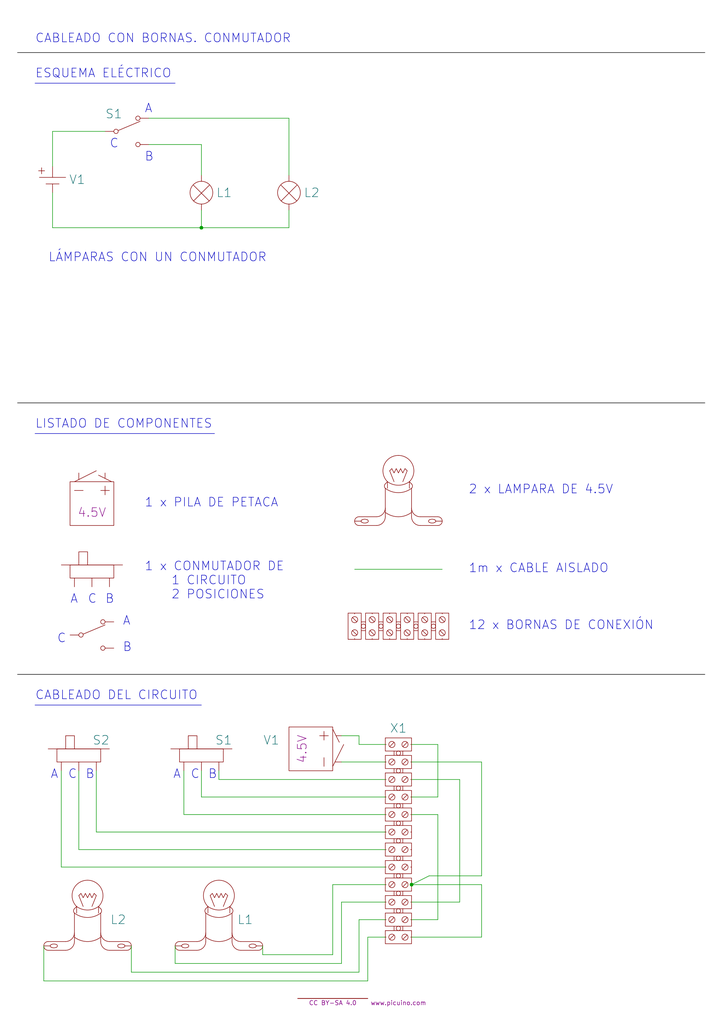
<source format=kicad_sch>
(kicad_sch (version 20211123) (generator eeschema)
  (paper "A4" portrait)
  (title_block (title "CABLEADO CON BORNAS. CONMUTADOR") (date "14/12/2018") (company "www.picuino.com") (comment 1 "Copyright (c) 2018 by Carlos Pardo") (comment 2 "License CC BY-SA 4.0"))
  (lib_symbols
    (symbol "simbolos:CopyRight" (pin_names (offset 1.016))
      (property "License" "CC BY-SA 4.0" (at -1.27 -1.27 0))
      (property "Web" "www.picuino.com" (at 0 -1.27 0))
      (symbol "CopyRight_0_1"
        (polyline (pts (xy -10.16 0) (xy 10.16 0)) (stroke (width 0.2032)))
      )
    )
    (symbol "simbolos:Pila" (pin_names (offset 1.016))
      (property "Reference" "V" (at 5.08 -4.445 0))
      (symbol "Pila_0_1"
        (polyline (pts (xy -4.064 -1.27) (xy -2.286 -1.27)))
        (polyline (pts (xy -3.81 -3.175) (xy 3.81 -3.175)))
        (polyline (pts (xy -3.175 -0.381) (xy -3.175 -2.159)))
        (polyline (pts (xy -1.905 -5.08) (xy 1.905 -5.08)))
      )
      (symbol "Pila_1_1"
        (pin input line (at 0 -7.62 90) (length 2.54) (name "") (number ""))
        (pin input line (at 0 0 270) (length 3.175) (name "") (number ""))
      )
    )
    (symbol "simbolos:borna_12x2" (pin_names (offset 1.016))
      (property "Reference" "X" (at 3.81 3.81 0))
      (symbol "borna_12x2_0_1"
        (rectangle (start 0 -53.975) (end 7.62 -57.785))
        (rectangle (start 0 -48.895) (end 7.62 -52.705))
        (rectangle (start 0 -43.815) (end 7.62 -47.625))
        (rectangle (start 0 -38.735) (end 7.62 -42.545))
        (rectangle (start 0 -33.655) (end 7.62 -37.465))
        (rectangle (start 0 -28.575) (end 7.62 -32.385))
        (rectangle (start 0 -23.495) (end 7.62 -27.305))
        (rectangle (start 0 -18.415) (end 7.62 -22.225))
        (rectangle (start 0 -13.335) (end 7.62 -17.145))
        (rectangle (start 0 -8.255) (end 7.62 -12.065))
        (rectangle (start 0 -3.175) (end 7.62 -6.985))
        (polyline (pts (xy 1.27 -56.515) (xy 2.54 -55.245)))
        (polyline (pts (xy 1.27 -51.435) (xy 2.54 -50.165)))
        (polyline (pts (xy 1.27 -46.355) (xy 2.54 -45.085)))
        (polyline (pts (xy 1.27 -41.275) (xy 2.54 -40.005)))
        (polyline (pts (xy 1.27 -36.195) (xy 2.54 -34.925)))
        (polyline (pts (xy 1.27 -31.115) (xy 2.54 -29.845)))
        (polyline (pts (xy 1.27 -26.035) (xy 2.54 -24.765)))
        (polyline (pts (xy 1.27 -20.955) (xy 2.54 -19.685)))
        (polyline (pts (xy 1.27 -15.875) (xy 2.54 -14.605)))
        (polyline (pts (xy 1.27 -10.795) (xy 2.54 -9.525)))
        (polyline (pts (xy 1.27 -5.715) (xy 2.54 -4.445)))
        (polyline (pts (xy 1.27 -0.635) (xy 2.54 0.635)))
        (polyline (pts (xy 2.54 -53.975) (xy 2.54 -52.705)))
        (polyline (pts (xy 2.54 -48.895) (xy 2.54 -47.625)))
        (polyline (pts (xy 2.54 -43.815) (xy 2.54 -42.545)))
        (polyline (pts (xy 2.54 -38.735) (xy 2.54 -37.465)))
        (polyline (pts (xy 2.54 -33.655) (xy 2.54 -32.385)))
        (polyline (pts (xy 2.54 -28.575) (xy 2.54 -27.305)))
        (polyline (pts (xy 2.54 -23.495) (xy 2.54 -22.225)))
        (polyline (pts (xy 2.54 -18.415) (xy 2.54 -17.145)))
        (polyline (pts (xy 2.54 -13.335) (xy 2.54 -12.065)))
        (polyline (pts (xy 2.54 -8.255) (xy 2.54 -6.985)))
        (polyline (pts (xy 2.54 -3.175) (xy 2.54 -1.905)))
        (polyline (pts (xy 5.08 -56.515) (xy 6.35 -55.245)))
        (polyline (pts (xy 5.08 -53.975) (xy 5.08 -52.705)))
        (polyline (pts (xy 5.08 -51.435) (xy 6.35 -50.165)))
        (polyline (pts (xy 5.08 -48.895) (xy 5.08 -47.625)))
        (polyline (pts (xy 5.08 -46.355) (xy 6.35 -45.085)))
        (polyline (pts (xy 5.08 -43.815) (xy 5.08 -42.545)))
        (polyline (pts (xy 5.08 -41.275) (xy 6.35 -40.005)))
        (polyline (pts (xy 5.08 -38.735) (xy 5.08 -37.465)))
        (polyline (pts (xy 5.08 -36.195) (xy 6.35 -34.925)))
        (polyline (pts (xy 5.08 -33.655) (xy 5.08 -32.385)))
        (polyline (pts (xy 5.08 -31.115) (xy 6.35 -29.845)))
        (polyline (pts (xy 5.08 -28.575) (xy 5.08 -27.305)))
        (polyline (pts (xy 5.08 -26.035) (xy 6.35 -24.765)))
        (polyline (pts (xy 5.08 -23.495) (xy 5.08 -22.225)))
        (polyline (pts (xy 5.08 -20.955) (xy 6.35 -19.685)))
        (polyline (pts (xy 5.08 -18.415) (xy 5.08 -17.145)))
        (polyline (pts (xy 5.08 -15.875) (xy 6.35 -14.605)))
        (polyline (pts (xy 5.08 -13.335) (xy 5.08 -12.065)))
        (polyline (pts (xy 5.08 -10.795) (xy 6.35 -9.525)))
        (polyline (pts (xy 5.08 -8.255) (xy 5.08 -6.985)))
        (polyline (pts (xy 5.08 -5.715) (xy 6.35 -4.445)))
        (polyline (pts (xy 5.08 -3.175) (xy 5.08 -1.905)))
        (polyline (pts (xy 5.08 -0.635) (xy 6.35 0.635)))
        (rectangle (start 0 1.905) (end 7.62 -1.905))
        (circle (center 1.905 -55.88) (radius 0.889))
        (circle (center 1.905 -50.8) (radius 0.889))
        (circle (center 1.905 -45.72) (radius 0.889))
        (circle (center 1.905 -40.64) (radius 0.889))
        (circle (center 1.905 -35.56) (radius 0.889))
        (circle (center 1.905 -30.48) (radius 0.889))
        (circle (center 1.905 -25.4) (radius 0.889))
        (circle (center 1.905 -20.32) (radius 0.889))
        (circle (center 1.905 -15.24) (radius 0.889))
        (circle (center 1.905 -10.16) (radius 0.889))
        (circle (center 1.905 -5.08) (radius 0.889))
        (circle (center 1.905 0) (radius 0.889))
        (circle (center 3.81 -53.34) (radius 0.635))
        (circle (center 3.81 -48.26) (radius 0.635))
        (circle (center 3.81 -43.18) (radius 0.635))
        (circle (center 3.81 -38.1) (radius 0.635))
        (circle (center 3.81 -33.02) (radius 0.635))
        (circle (center 3.81 -27.94) (radius 0.635))
        (circle (center 3.81 -22.86) (radius 0.635))
        (circle (center 3.81 -17.78) (radius 0.635))
        (circle (center 3.81 -12.7) (radius 0.635))
        (circle (center 3.81 -7.62) (radius 0.635))
        (circle (center 3.81 -2.54) (radius 0.635))
        (circle (center 5.715 -55.88) (radius 0.889))
        (circle (center 5.715 -50.8) (radius 0.889))
        (circle (center 5.715 -45.72) (radius 0.889))
        (circle (center 5.715 -40.64) (radius 0.889))
        (circle (center 5.715 -35.56) (radius 0.889))
        (circle (center 5.715 -30.48) (radius 0.889))
        (circle (center 5.715 -25.4) (radius 0.889))
        (circle (center 5.715 -20.32) (radius 0.889))
        (circle (center 5.715 -15.24) (radius 0.889))
        (circle (center 5.715 -10.16) (radius 0.889))
        (circle (center 5.715 -5.08) (radius 0.889))
        (circle (center 5.715 0) (radius 0.889))
      )
      (symbol "borna_12x2_1_1"
        (pin input line (at 0 -55.88 0) (length 0.254) (name "") (number ""))
        (pin input line (at 0 -50.8 0) (length 0.254) (name "") (number ""))
        (pin input line (at 0 -45.72 0) (length 0.254) (name "") (number ""))
        (pin input line (at 0 -40.64 0) (length 0.254) (name "") (number ""))
        (pin input line (at 0 -35.56 0) (length 0.254) (name "") (number ""))
        (pin input line (at 0 -30.48 0) (length 0.254) (name "") (number ""))
        (pin input line (at 0 -25.4 0) (length 0.254) (name "") (number ""))
        (pin input line (at 0 -20.32 0) (length 0.254) (name "") (number ""))
        (pin input line (at 0 -15.24 0) (length 0.254) (name "") (number ""))
        (pin input line (at 0 -10.16 0) (length 0.254) (name "") (number ""))
        (pin input line (at 0 -5.08 0) (length 0.254) (name "") (number ""))
        (pin input line (at 0 0 0) (length 0.254) (name "") (number ""))
        (pin input line (at 7.62 -55.88 180) (length 0.254) (name "") (number ""))
        (pin input line (at 7.62 -50.8 180) (length 0.254) (name "") (number ""))
        (pin input line (at 7.62 -45.72 180) (length 0.254) (name "") (number ""))
        (pin input line (at 7.62 -40.64 180) (length 0.254) (name "") (number ""))
        (pin input line (at 7.62 -35.56 180) (length 0.254) (name "") (number ""))
        (pin input line (at 7.62 -30.48 180) (length 0.254) (name "") (number ""))
        (pin input line (at 7.62 -25.4 180) (length 0.254) (name "") (number ""))
        (pin input line (at 7.62 -20.32 180) (length 0.254) (name "") (number ""))
        (pin input line (at 7.62 -15.24 180) (length 0.254) (name "") (number ""))
        (pin input line (at 7.62 -10.16 180) (length 0.254) (name "") (number ""))
        (pin input line (at 7.62 -5.08 180) (length 0.254) (name "") (number ""))
        (pin input line (at 7.62 0 180) (length 0.254) (name "") (number ""))
      )
    )
    (symbol "simbolos:borna_6x2" (pin_names (offset 1.016))
      (property "Reference" "X" (at 3.81 3.81 0))
      (symbol "borna_6x2_0_1"
        (rectangle (start 0 -23.495) (end 7.62 -27.305))
        (rectangle (start 0 -18.415) (end 7.62 -22.225))
        (rectangle (start 0 -13.335) (end 7.62 -17.145))
        (rectangle (start 0 -8.255) (end 7.62 -12.065))
        (rectangle (start 0 -3.175) (end 7.62 -6.985))
        (polyline (pts (xy 1.27 -26.035) (xy 2.54 -24.765)))
        (polyline (pts (xy 1.27 -20.955) (xy 2.54 -19.685)))
        (polyline (pts (xy 1.27 -15.875) (xy 2.54 -14.605)))
        (polyline (pts (xy 1.27 -10.795) (xy 2.54 -9.525)))
        (polyline (pts (xy 1.27 -5.715) (xy 2.54 -4.445)))
        (polyline (pts (xy 1.27 -0.635) (xy 2.54 0.635)))
        (polyline (pts (xy 2.54 -23.495) (xy 2.54 -22.225)))
        (polyline (pts (xy 2.54 -18.415) (xy 2.54 -17.145)))
        (polyline (pts (xy 2.54 -13.335) (xy 2.54 -12.065)))
        (polyline (pts (xy 2.54 -8.255) (xy 2.54 -6.985)))
        (polyline (pts (xy 2.54 -3.175) (xy 2.54 -1.905)))
        (polyline (pts (xy 5.08 -26.035) (xy 6.35 -24.765)))
        (polyline (pts (xy 5.08 -23.495) (xy 5.08 -22.225)))
        (polyline (pts (xy 5.08 -20.955) (xy 6.35 -19.685)))
        (polyline (pts (xy 5.08 -18.415) (xy 5.08 -17.145)))
        (polyline (pts (xy 5.08 -15.875) (xy 6.35 -14.605)))
        (polyline (pts (xy 5.08 -13.335) (xy 5.08 -12.065)))
        (polyline (pts (xy 5.08 -10.795) (xy 6.35 -9.525)))
        (polyline (pts (xy 5.08 -8.255) (xy 5.08 -6.985)))
        (polyline (pts (xy 5.08 -5.715) (xy 6.35 -4.445)))
        (polyline (pts (xy 5.08 -3.175) (xy 5.08 -1.905)))
        (polyline (pts (xy 5.08 -0.635) (xy 6.35 0.635)))
        (rectangle (start 0 1.905) (end 7.62 -1.905))
        (circle (center 1.905 -25.4) (radius 0.889))
        (circle (center 1.905 -20.32) (radius 0.889))
        (circle (center 1.905 -15.24) (radius 0.889))
        (circle (center 1.905 -10.16) (radius 0.889))
        (circle (center 1.905 -5.08) (radius 0.889))
        (circle (center 1.905 0) (radius 0.889))
        (circle (center 3.81 -22.86) (radius 0.635))
        (circle (center 3.81 -17.78) (radius 0.635))
        (circle (center 3.81 -12.7) (radius 0.635))
        (circle (center 3.81 -7.62) (radius 0.635))
        (circle (center 3.81 -2.54) (radius 0.635))
        (circle (center 5.715 -25.4) (radius 0.889))
        (circle (center 5.715 -20.32) (radius 0.889))
        (circle (center 5.715 -15.24) (radius 0.889))
        (circle (center 5.715 -10.16) (radius 0.889))
        (circle (center 5.715 -5.08) (radius 0.889))
        (circle (center 5.715 0) (radius 0.889))
      )
      (symbol "borna_6x2_1_1"
        (pin input line (at 0 -25.4 0) (length 0.254) (name "") (number ""))
        (pin input line (at 0 -20.32 0) (length 0.254) (name "") (number ""))
        (pin input line (at 0 -15.24 0) (length 0.254) (name "") (number ""))
        (pin input line (at 0 -10.16 0) (length 0.254) (name "") (number ""))
        (pin input line (at 0 -5.08 0) (length 0.254) (name "") (number ""))
        (pin input line (at 0 0 0) (length 0.254) (name "") (number ""))
        (pin input line (at 7.62 -25.4 180) (length 0.254) (name "") (number ""))
        (pin input line (at 7.62 -20.32 180) (length 0.254) (name "") (number ""))
        (pin input line (at 7.62 -15.24 180) (length 0.254) (name "") (number ""))
        (pin input line (at 7.62 -10.16 180) (length 0.254) (name "") (number ""))
        (pin input line (at 7.62 -5.08 180) (length 0.254) (name "") (number ""))
        (pin input line (at 7.62 0 180) (length 0.254) (name "") (number ""))
      )
    )
    (symbol "simbolos:conmutador" (pin_names (offset 1.016))
      (property "Reference" "S" (at 4.445 3.175 0))
      (symbol "conmutador_0_0"
        (circle (center 3.175 0) (radius 0.635))
        (circle (center 9.525 -3.81) (radius 0.635))
        (circle (center 9.525 3.81) (radius 0.635))
      )
      (symbol "conmutador_0_1"
        (polyline (pts (xy 10.16 2.921) (xy 3.81 0.254)))
      )
      (symbol "conmutador_1_1"
        (pin input line (at 0 0 0) (length 2.54) (name "") (number ""))
        (pin input line (at 12.7 -3.81 180) (length 2.54) (name "") (number ""))
        (pin input line (at 12.7 3.81 180) (length 2.54) (name "") (number ""))
      )
    )
    (symbol "simbolos:lampara" (pin_names (offset 1.016))
      (property "Reference" "L" (at 4.445 -5.08 0))
      (symbol "lampara_0_1"
        (circle (center 0 -5.08) (radius 3.302))
        (polyline (pts (xy -2.286 -7.493) (xy 2.286 -2.921)))
        (polyline (pts (xy -2.286 -2.921) (xy 2.286 -7.493)))
      )
      (symbol "lampara_1_1"
        (pin input line (at 0 -10.16 90) (length 1.778) (name "") (number ""))
        (pin input line (at 0 0 270) (length 1.778) (name "") (number ""))
      )
    )
    (symbol "simbolos:lampara_pack" (pin_names (offset 1.016))
      (property "Reference" "L" (at 17.78 6.35 0))
      (symbol "lampara_pack_0_1"
        (polyline (pts (xy 1.27 -1.27) (xy 6.35 -1.27)))
        (polyline (pts (xy 6.35 1.27) (xy 1.27 1.27)))
        (polyline (pts (xy 8.89 1.27) (xy 8.89 9.525)))
        (polyline (pts (xy 8.89 10.795) (xy 9.525 11.43)))
        (polyline (pts (xy 9.525 11.43) (xy 9.525 9.525)))
        (polyline (pts (xy 11.43 11.43) (xy 10.16 14.605)))
        (polyline (pts (xy 13.97 11.43) (xy 15.24 14.605)))
        (polyline (pts (xy 15.875 11.43) (xy 15.875 9.525)))
        (polyline (pts (xy 16.51 1.27) (xy 16.51 9.525)))
        (polyline (pts (xy 16.51 10.795) (xy 15.875 11.43)))
        (polyline (pts (xy 19.05 1.27) (xy 24.13 1.27)))
        (polyline (pts (xy 24.13 -1.27) (xy 19.05 -1.27)))
        (polyline (pts (xy 10.16 14.605) (xy 10.795 15.24) (xy 11.43 13.97) (xy 12.065 15.24) (xy 12.7 13.97) (xy 13.335 15.24) (xy 13.97 13.97) (xy 14.605 15.24) (xy 15.24 14.605)))
        (arc (start 1.27 1.27) (mid 0 0) (end 1.27 -1.27))
        (arc (start 2.159 -0.381) (mid 2.921 -0.5609) (end 3.683 -0.381))
        (arc (start 2.159 0.381) (mid 1.8844 0) (end 2.159 -0.381))
        (arc (start 3.683 -0.381) (mid 3.9576 0) (end 3.683 0.381))
        (arc (start 3.683 0.381) (mid 2.921 0.5609) (end 2.159 0.381))
        (arc (start 6.35 -1.27) (mid 8.1297 -0.5171) (end 8.89 1.27))
        (arc (start 6.35 1.27) (mid 8.1297 2.0229) (end 8.89 3.81))
        (arc (start 8.89 2.54) (mid 12.7 1.27) (end 16.51 2.54))
        (arc (start 8.89 9.525) (mid 12.7 8.255) (end 16.51 9.525))
        (arc (start 8.89 10.795) (mid 8.627 10.16) (end 8.89 9.525))
        (arc (start 9.525 11.43) (mid 12.7 10.4125) (end 15.875 11.43))
        (arc (start 12.7 19.05) (mid 8.5493 16.3021) (end 9.525 11.43))
        (arc (start 15.875 11.43) (mid 16.8357 16.2958) (end 12.7 19.05))
        (arc (start 16.51 1.27) (mid 17.2523 -0.5349) (end 19.05 -1.27))
        (arc (start 16.51 3.81) (mid 17.2523 2.0051) (end 19.05 1.27))
        (arc (start 16.51 9.525) (mid 16.773 10.16) (end 16.51 10.795))
        (arc (start 21.717 -0.381) (mid 22.479 -0.5609) (end 23.241 -0.381))
        (arc (start 21.717 0.381) (mid 21.4424 0) (end 21.717 -0.381))
        (arc (start 23.241 -0.381) (mid 23.5156 0) (end 23.241 0.381))
        (arc (start 23.241 0.381) (mid 22.479 0.5609) (end 21.717 0.381))
        (arc (start 24.13 -1.27) (mid 25.4 0) (end 24.13 1.27))
      )
      (symbol "lampara_pack_1_1"
        (pin input line (at 0 0 0) (length 1.905) (name "") (number ""))
        (pin input line (at 25.4 0 180) (length 1.905) (name "") (number ""))
      )
    )
    (symbol "simbolos:pila_petaca" (pin_names (offset 1.016))
      (property "Reference" "V" (at 11.43 -8.89 0))
      (property "V" "4.5V" (at 3.81 -12.7 0))
      (symbol "pila_petaca_0_1"
        (rectangle (start -2.54 -2.54) (end 10.16 -15.24))
        (polyline (pts (xy -1.27 -5.08) (xy 1.27 -5.08)))
        (polyline (pts (xy -1.27 -2.54) (xy 5.08 0.635)))
        (polyline (pts (xy 7.62 -3.81) (xy 7.62 -6.35)))
        (polyline (pts (xy 8.89 -5.08) (xy 6.35 -5.08)))
        (polyline (pts (xy 9.525 -2.54) (xy 5.715 -0.635)))
      )
      (symbol "pila_petaca_1_1"
        (pin input line (at 0 0 270) (length 1.905) (name "") (number ""))
        (pin input line (at 7.62 0 270) (length 1.524) (name "") (number ""))
      )
    )
    (symbol "simbolos:selector_pack" (pin_names (offset 1.016))
      (property "Reference" "S" (at 11.43 8.89 0))
      (symbol "selector_pack_0_1"
        (rectangle (start -1.27 6.35) (end 11.43 2.54))
        (polyline (pts (xy 13.97 6.35) (xy -3.81 6.35)))
        (polyline (pts (xy 1.27 6.35) (xy 1.27 10.16) (xy 3.81 10.16) (xy 3.81 6.35)))
      )
      (symbol "selector_pack_1_1"
        (pin input line (at 0 0 90) (length 2.54) (name "") (number ""))
        (pin input line (at 5.08 0 90) (length 2.54) (name "") (number ""))
        (pin input line (at 10.16 0 90) (length 2.54) (name "") (number ""))
      )
    )
  )
  (junction (at 58.42 66.04))
  (junction (at 119.38 256.54))
  (polyline (pts (xy 10.16 125.73) (xy 62.23 125.73)) (stroke (width 0) (type solid)))
  (wire (pts (xy 139.7 220.98) (xy 119.38 220.98)))
  (wire (pts (xy 43.18 34.29) (xy 83.82 34.29)))
  (wire (pts (xy 15.24 38.1) (xy 30.48 38.1)))
  (wire (pts (xy 124.46 254) (xy 139.7 254)))
  (wire (pts (xy 133.35 226.06) (xy 119.38 226.06)))
  (wire (pts (xy 96.52 256.54) (xy 96.52 276.86)))
  (wire (pts (xy 63.5 226.06) (xy 63.5 223.52)))
  (wire (pts (xy 111.76 236.22) (xy 53.34 236.22)))
  (wire (pts (xy 43.18 41.91) (xy 58.42 41.91)))
  (wire (pts (xy 133.35 261.62) (xy 133.35 226.06)))
  (wire (pts (xy 15.24 66.04) (xy 15.24 55.88)))
  (wire (pts (xy 22.86 246.38) (xy 111.76 246.38)))
  (wire (pts (xy 58.42 66.04) (xy 15.24 66.04)))
  (wire (pts (xy 58.42 41.91) (xy 58.42 50.8)))
  (wire (pts (xy 50.8 274.32) (xy 50.8 279.4)))
  (polyline (pts (xy 10.16 24.13) (xy 50.8 24.13)) (stroke (width 0) (type solid)))
  (wire (pts (xy 119.38 236.22) (xy 127 236.22)))
  (wire (pts (xy 102.87 165.1) (xy 128.27 165.1)))
  (wire (pts (xy 111.76 271.78) (xy 106.68 271.78)))
  (wire (pts (xy 139.7 254) (xy 139.7 220.98)))
  (wire (pts (xy 111.76 226.06) (xy 63.5 226.06)))
  (wire (pts (xy 58.42 231.14) (xy 111.76 231.14)))
  (wire (pts (xy 53.34 236.22) (xy 53.34 223.52)))
  (wire (pts (xy 119.38 256.54) (xy 124.46 254)))
  (wire (pts (xy 83.82 34.29) (xy 83.82 50.8)))
  (polyline (pts (xy 5.08 116.84) (xy 204.47 116.84)) (stroke (width 0) (type solid) (color 0 0 0 1)))
  (wire (pts (xy 83.82 66.04) (xy 83.82 60.96)))
  (wire (pts (xy 50.8 279.4) (xy 99.06 279.4)))
  (wire (pts (xy 12.7 284.48) (xy 12.7 274.32)))
  (wire (pts (xy 104.14 215.9) (xy 111.76 215.9)))
  (wire (pts (xy 96.52 256.54) (xy 111.76 256.54)))
  (wire (pts (xy 76.2 274.32) (xy 76.2 276.86)))
  (wire (pts (xy 119.38 231.14) (xy 127 231.14)))
  (wire (pts (xy 119.38 261.62) (xy 133.35 261.62)))
  (wire (pts (xy 127 266.7) (xy 119.38 266.7)))
  (wire (pts (xy 38.1 281.94) (xy 104.14 281.94)))
  (wire (pts (xy 58.42 66.04) (xy 83.82 66.04)))
  (wire (pts (xy 106.68 284.48) (xy 12.7 284.48)))
  (wire (pts (xy 15.24 48.26) (xy 15.24 38.1)))
  (wire (pts (xy 139.7 256.54) (xy 119.38 256.54)))
  (wire (pts (xy 111.76 241.3) (xy 27.94 241.3)))
  (wire (pts (xy 17.78 223.52) (xy 17.78 251.46)))
  (wire (pts (xy 76.2 276.86) (xy 96.52 276.86)))
  (wire (pts (xy 127 236.22) (xy 127 266.7)))
  (wire (pts (xy 38.1 274.32) (xy 38.1 281.94)))
  (wire (pts (xy 111.76 251.46) (xy 17.78 251.46)))
  (wire (pts (xy 99.06 261.62) (xy 99.06 279.4)))
  (wire (pts (xy 58.42 60.96) (xy 58.42 66.04)))
  (polyline (pts (xy 5.08 15.24) (xy 204.47 15.24)) (stroke (width 0) (type solid) (color 0 0 0 1)))
  (wire (pts (xy 127 215.9) (xy 119.38 215.9)))
  (wire (pts (xy 104.14 213.36) (xy 99.06 213.36)))
  (polyline (pts (xy 5.08 195.58) (xy 204.47 195.58)) (stroke (width 0) (type solid) (color 0 0 0 1)))
  (wire (pts (xy 127 231.14) (xy 127 215.9)))
  (wire (pts (xy 104.14 266.7) (xy 104.14 281.94)))
  (wire (pts (xy 104.14 266.7) (xy 111.76 266.7)))
  (wire (pts (xy 22.86 223.52) (xy 22.86 246.38)))
  (wire (pts (xy 119.38 271.78) (xy 139.7 271.78)))
  (wire (pts (xy 106.68 271.78) (xy 106.68 284.48)))
  (wire (pts (xy 99.06 261.62) (xy 111.76 261.62)))
  (wire (pts (xy 139.7 271.78) (xy 139.7 256.54)))
  (polyline (pts (xy 10.16 204.47) (xy 58.42 204.47)) (stroke (width 0) (type solid)))
  (wire (pts (xy 58.42 223.52) (xy 58.42 231.14)))
  (wire (pts (xy 104.14 215.9) (xy 104.14 213.36)))
  (wire (pts (xy 27.94 241.3) (xy 27.94 223.52)))
  (wire (pts (xy 99.06 220.98) (xy 111.76 220.98)))
  (text "2 x LAMPARA DE 4.5V" (at 135.89 143.51 0) (effects (font (size 2.54 2.54)) (justify left bottom)))
  (text "B" (at 30.48 175.26 0) (effects (font (size 2.54 2.54)) (justify left bottom)))
  (text "C" (at 31.75 43.18 0) (effects (font (size 2.54 2.54)) (justify left bottom)))
  (text "A" (at 35.56 181.61 0) (effects (font (size 2.54 2.54)) (justify left bottom)))
  (text "C" (at 25.4 175.26 0) (effects (font (size 2.54 2.54)) (justify left bottom)))
  (text "C" (at 55.245 226.06 0) (effects (font (size 2.54 2.54)) (justify left bottom)))
  (text "LÁMPARAS CON UN CONMUTADOR" (at 13.97 76.2 0) (effects (font (size 2.54 2.54)) (justify left bottom)))
  (text "A" (at 50.165 226.06 0) (effects (font (size 2.54 2.54)) (justify left bottom)))
  (text "A" (at 20.32 175.26 0) (effects (font (size 2.54 2.54)) (justify left bottom)))
  (text "A" (at 14.605 226.06 0) (effects (font (size 2.54 2.54)) (justify left bottom)))
  (text "LISTADO DE COMPONENTES" (at 10.16 124.46 0) (effects (font (size 2.54 2.54)) (justify left bottom)))
  (text "1 x CONMUTADOR DE\n    1 CIRCUITO\n    2 POSICIONES" (at 41.91 173.99 0) (effects (font (size 2.54 2.54)) (justify left bottom)))
  (text "B" (at 41.91 46.99 0) (effects (font (size 2.54 2.54)) (justify left bottom)))
  (text "C" (at 19.685 226.06 0) (effects (font (size 2.54 2.54)) (justify left bottom)))
  (text "CABLEADO DEL CIRCUITO" (at 10.16 203.2 0) (effects (font (size 2.54 2.54)) (justify left bottom)))
  (text "CABLEADO CON BORNAS. CONMUTADOR" (at 10.16 12.7 0) (effects (font (size 2.54 2.54)) (justify left bottom)))
  (text "B" (at 24.765 226.06 0) (effects (font (size 2.54 2.54)) (justify left bottom)))
  (text "C" (at 16.51 186.69 0) (effects (font (size 2.54 2.54)) (justify left bottom)))
  (text "A" (at 41.91 33.02 0) (effects (font (size 2.54 2.54)) (justify left bottom)))
  (text "B" (at 60.325 226.06 0) (effects (font (size 2.54 2.54)) (justify left bottom)))
  (text "ESQUEMA ELÉCTRICO" (at 10.16 22.86 0) (effects (font (size 2.54 2.54)) (justify left bottom)))
  (text "B" (at 35.56 189.23 0) (effects (font (size 2.54 2.54)) (justify left bottom)))
  (text "1 x PILA DE PETACA" (at 41.91 147.32 0) (effects (font (size 2.54 2.54)) (justify left bottom)))
  (text "1m x CABLE AISLADO" (at 135.89 166.37 0) (effects (font (size 2.54 2.54)) (justify left bottom)))
  (text "12 x BORNAS DE CONEXIÓN" (at 135.89 182.88 0) (effects (font (size 2.54 2.54)) (justify left bottom)))
  (symbol (lib_id "simbolos:CopyRight") (at 96.52 289.56 0) (unit 1)
    (property "Reference" "CP1" (effects hide))
    (property "Value" "CopyRight" (effects hide))
    (property "License" "CC BY-SA 4.0" (at 96.52 290.83 0))
    (property "Web" "www.picuino.com" (at 115.57 290.83 0))
  )
  (symbol (lib_id "simbolos:borna_12x2") (at 111.76 215.9 0) (unit 1)
    (property "Reference" "X1" (at 115.57 211.1756 0) (effects (font (size 2.54 2.54))))
    (property "Value" "borna_12x2" (effects hide))
  )
  (symbol (lib_id "simbolos:pila_petaca") (at 99.06 220.98 270) (mirror x) (unit 1)
    (property "Reference" "V1" (at 76.2 214.63 90) (effects (font (size 2.54 2.54)) (justify left)))
    (property "Value" "pila_petaca" (effects hide))
    (property "V" "4.5V" (at 87.63 217.17 0) (effects (font (size 2.54 2.54))))
  )
  (symbol (lib_id "simbolos:pila_petaca") (at 22.86 137.16 0) (unit 1)
    (property "Reference" "V?" (effects hide))
    (property "Value" "pila_petaca" (effects hide))
    (property "V" "4.5V" (at 26.67 148.59 0) (effects (font (size 2.54 2.54))))
  )
  (symbol (lib_id "simbolos:Pila") (at 15.24 48.26 0) (unit 1)
    (property "Reference" "V1" (at 19.8882 52.07 0) (effects (font (size 2.54 2.54)) (justify left)))
    (property "Value" "Pila" (effects hide))
  )
  (symbol (lib_id "simbolos:lampara") (at 58.42 50.8 0) (unit 1)
    (property "Reference" "L1" (at 62.5602 55.88 0) (effects (font (size 2.54 2.54)) (justify left)))
    (property "Value" "lampara" (effects hide))
  )
  (symbol (lib_id "simbolos:lampara_pack") (at 50.8 274.32 0) (unit 1)
    (property "Reference" "L1" (at 71.12 266.7 0) (effects (font (size 2.54 2.54))))
    (property "Value" "lampara_pack" (effects hide))
  )
  (symbol (lib_id "simbolos:lampara_pack") (at 12.7 274.32 0) (unit 1)
    (property "Reference" "L2" (at 34.29 266.7 0) (effects (font (size 2.54 2.54))))
    (property "Value" "lampara_pack" (effects hide))
  )
  (symbol (lib_id "simbolos:borna_6x2") (at 128.27 177.8 270) (unit 1)
    (property "Reference" "X?" (effects hide))
    (property "Value" "borna_6x2" (effects hide))
  )
  (symbol (lib_id "simbolos:conmutador") (at 20.32 184.15 0) (unit 1)
    (property "Reference" "S?" (effects hide))
    (property "Value" "conmutador" (effects hide))
  )
  (symbol (lib_id "simbolos:selector_pack") (at 53.34 223.52 0) (unit 1)
    (property "Reference" "S1" (at 62.23 214.63 0) (effects (font (size 2.54 2.54)) (justify left)))
    (property "Value" "selector_pack" (effects hide))
  )
  (symbol (lib_id "simbolos:selector_pack") (at 17.78 223.52 0) (unit 1)
    (property "Reference" "S2" (at 26.67 214.63 0) (effects (font (size 2.54 2.54)) (justify left)))
    (property "Value" "selector_pack" (effects hide))
  )
  (symbol (lib_id "simbolos:lampara") (at 83.82 50.8 0) (unit 1)
    (property "Reference" "L2" (at 87.9602 55.88 0) (effects (font (size 2.54 2.54)) (justify left)))
    (property "Value" "lampara" (effects hide))
  )
  (symbol (lib_id "simbolos:conmutador") (at 30.48 38.1 0) (unit 1)
    (property "Reference" "S1" (at 33.02 33.02 0) (effects (font (size 2.54 2.54))))
    (property "Value" "conmutador" (effects hide))
  )
  (symbol (lib_id "simbolos:selector_pack") (at 21.59 170.18 0) (unit 1)
    (property "Reference" "S?" (effects hide))
    (property "Value" "selector_pack" (effects hide))
  )
  (symbol (lib_id "simbolos:lampara_pack") (at 102.87 151.13 0) (unit 1)
    (property "Reference" "L?" (effects hide))
    (property "Value" "lampara_pack" (effects hide))
  )
  (sheet (at 218.44 29.21) (size 66.04 7.62)
    (property "Sheet name" "2" (at 218.44 27.8634 0) (effects (font (size 2.54 2.54)) (justify left bottom)))
    (property "Sheet file" "electric-bornas-conmutador-2.kicad_sch" (at 218.44 37.9226 0) (effects (font (size 2.54 2.54)) (justify left top)))
  )
)
</source>
